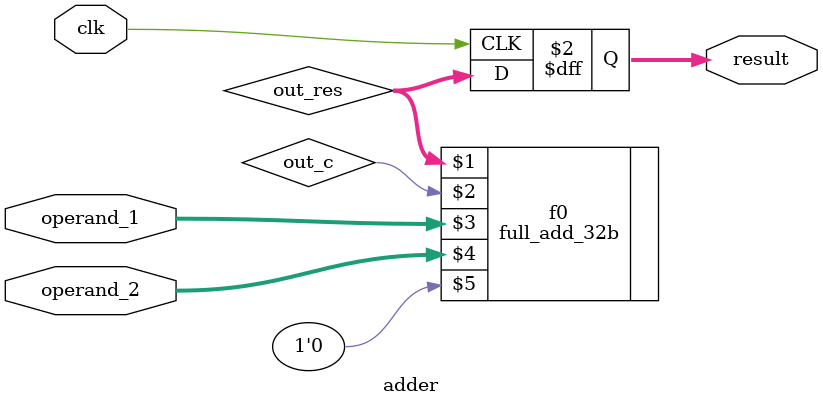
<source format=v>

module adder(result, operand_1, operand_2, clk);
    output reg [31:0] result;
    input      [31:0] operand_1;
    input      [31:0] operand_2;
    input             clk;

    wire       [31:0] out_res;
    wire              out_c;

    full_add_32b f0(out_res, out_c, operand_1, operand_2, 1'b0);

    always @ (posedge clk) begin
        result = out_res;
        // $strobe("(:pc-inc (:pc-in %d :pc-out %d))", operand_1, result);
    end
    // assign out_res = operand_1 + operand_2;
    
endmodule
</source>
